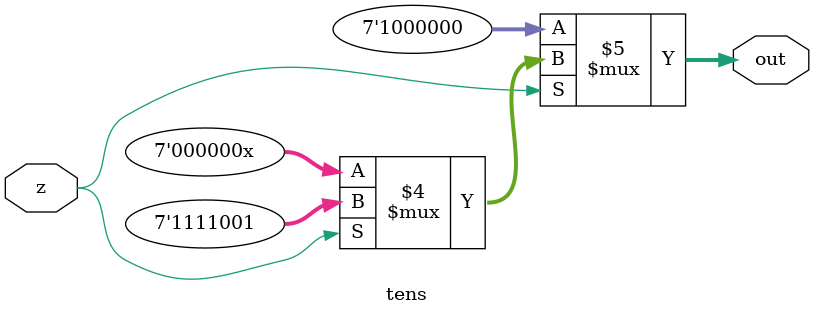
<source format=v>


module tens(z,out);
	input z;
	output [6:0] out;
	
	assign out = (z==1'b0) ? (7'b1000000) :
					 (z==1'b1) ? (7'b1111001) :
					  1'bx;
					 
endmodule
				
</source>
